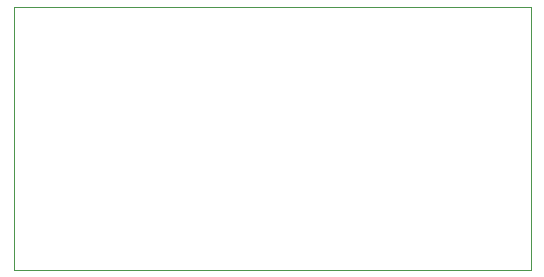
<source format=gbr>
G04 #@! TF.GenerationSoftware,KiCad,Pcbnew,(5.1.4)-1*
G04 #@! TF.CreationDate,2020-07-21T12:04:11+10:00*
G04 #@! TF.ProjectId,STLink2,53544c69-6e6b-4322-9e6b-696361645f70,rev?*
G04 #@! TF.SameCoordinates,Original*
G04 #@! TF.FileFunction,Profile,NP*
%FSLAX46Y46*%
G04 Gerber Fmt 4.6, Leading zero omitted, Abs format (unit mm)*
G04 Created by KiCad (PCBNEW (5.1.4)-1) date 2020-07-21 12:04:11*
%MOMM*%
%LPD*%
G04 APERTURE LIST*
%ADD10C,0.100000*%
G04 APERTURE END LIST*
D10*
X43180000Y-41910000D02*
X43180000Y-42545000D01*
X43180000Y-46990000D02*
X43180000Y-41910000D01*
X86995000Y-46990000D02*
X43180000Y-46990000D01*
X86995000Y-24765000D02*
X86995000Y-46990000D01*
X43180000Y-24765000D02*
X86995000Y-24765000D01*
X43180000Y-42545000D02*
X43180000Y-24765000D01*
M02*

</source>
